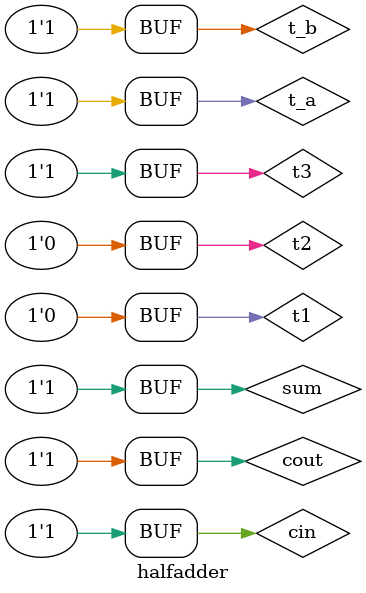
<source format=v>
module halfadder;
reg t_a,t_b,cin;
wire sum,cout,t1,t2,t3;
xor(t1,t_a,t_b);
xor(sum,t1,cin);
and(t2,cin,t1);
and(t3,t_a,t_b);
or(cout,t2,t3);
initial
begin
$monitor ("a: %b b:%b c_in:%b sum: %b cout:%b",t_a,t_b,cin,sum,cout);
t_a=1'b0;
t_b=1'b0;
cin=1'b0;
#10
t_a=1'b0;
t_b=1'b1;
cin=1'b1;
#10
t_a=1'b1;
t_b=1'b0;
cin=1'b0;
#10
t_a=1'b1;
t_b=1'b1;
cin=1'b1;
end
endmodule
</source>
